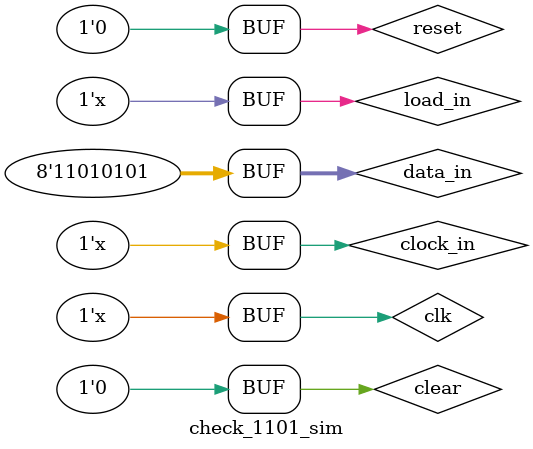
<source format=v>
`timescale 1ns / 1ps


module check_1101_sim;

    reg clk;
    wire dout;
    reg clock_in, reset, clear, load_in;
    reg [7:0] data_in;
    
    initial clk = 0;
    
    always #20 clk = ~clk;
    
    always 
        begin
            #200 clock_in = ~clock_in;   load_in = ~load_in;
        end
    initial 
        begin 
            #10 clock_in = 0; reset = 1; clear = 1; load_in = 0; //clock_in,resetÎª0Ê±ÖØÖÃÏû¶¶£¬clearÎª1Ê±ÖØÖÃ×´Ì¬»ú£¬load_inÎª1Ê±¿ªÊ¼²¢×ª´®
            #40 clear = 0; reset = 0;
            /*#50 clock_in = 1; reset = 1; clear = 0; load_in = 1;
            #50 clock_in = 0; reset = 1; clear = 0; load_in = 0;*/
        end
    
//    initial 
//        begin        
//            #50  reset = 1; clear = 0; load_in = 1;
//            #
//        end
        
    initial 
        begin
            data_in = 8'b11010101;
        end
        
    check c(
             clk,//ÏµÍ³Ê±ÖÓ
             clock_in,// ²¢×ª´®ÒÆÎ»Ê¹ÄÜÐÅºÅ
             reset,//ÖØÖÃÏû¶¶
             clear,//ÖØÖÃ×´Ì¬»ú
             load_in,// ¶ÁÈ¡²¢ÐÐÐòÁÐµÄ¼ÓÔØÐÅºÅ
             data_in, // ²¢ÐÐÊäÈëµÄÐòÁÐ
             dout // ¼ì²â½á¹ûÐÅºÅ
            );
//    //_________________________________________________________________________
//initial begin
//    clock = 1'b0;
//    reset = 1'b0;
//    rst=1'b1;
//    #50 begin reset = 1'b1; rst=1'b1; end
//    #50 begin reset=1'b0; rst=1'b0; end
//    #50 begin reset=1'b1; rst=1'b1; end
//    end
//    initial
//    para_in = 8'b11010101;
//    always
//    #5 clock = ~clock;

//module check(
//    input clk,//ÏµÍ³Ê±ÖÓ
//    input clock_in,// ²¢×ª´®ÒÆÎ»Ê¹ÄÜÐÅºÅ
//    input reset,//ÖØÖÃÏû¶¶
//    input clear,//ÖØÖÃ×´Ì¬»ú
//    input load_in,// ¶ÁÈ¡²¢ÐÐÐòÁÐµÄ¼ÓÔØÐÅºÅ
//    input [7:0] data_in, // ²¢ÐÐÊäÈëµÄÐòÁÐ
//    output reg dout // ¼ì²â½á¹ûÐÅºÅ
//    );
//    //_________________________________________________________________________

endmodule

</source>
